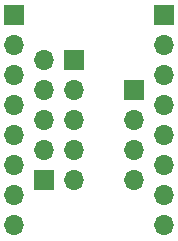
<source format=gbs>
G04 #@! TF.GenerationSoftware,KiCad,Pcbnew,(6.0.2)*
G04 #@! TF.CreationDate,2025-01-10T20:47:15+01:00*
G04 #@! TF.ProjectId,adapter,61646170-7465-4722-9e6b-696361645f70,rev?*
G04 #@! TF.SameCoordinates,Original*
G04 #@! TF.FileFunction,Soldermask,Bot*
G04 #@! TF.FilePolarity,Negative*
%FSLAX46Y46*%
G04 Gerber Fmt 4.6, Leading zero omitted, Abs format (unit mm)*
G04 Created by KiCad (PCBNEW (6.0.2)) date 2025-01-10 20:47:15*
%MOMM*%
%LPD*%
G01*
G04 APERTURE LIST*
%ADD10R,1.700000X1.700000*%
%ADD11O,1.700000X1.700000*%
G04 APERTURE END LIST*
D10*
X139700000Y-99060000D03*
D11*
X139700000Y-96520000D03*
X139700000Y-93980000D03*
X139700000Y-91440000D03*
X139700000Y-88900000D03*
D10*
X137160000Y-85105000D03*
D11*
X137160000Y-87645000D03*
X137160000Y-90185000D03*
X137160000Y-92725000D03*
X137160000Y-95265000D03*
X137160000Y-97805000D03*
X137160000Y-100345000D03*
X137160000Y-102885000D03*
D10*
X147320000Y-91440000D03*
D11*
X147320000Y-93980000D03*
X147320000Y-96520000D03*
X147320000Y-99060000D03*
D10*
X149860000Y-85105000D03*
D11*
X149860000Y-87645000D03*
X149860000Y-90185000D03*
X149860000Y-92725000D03*
X149860000Y-95265000D03*
X149860000Y-97805000D03*
X149860000Y-100345000D03*
X149860000Y-102885000D03*
D10*
X142240000Y-88900000D03*
D11*
X142240000Y-91440000D03*
X142240000Y-93980000D03*
X142240000Y-96520000D03*
X142240000Y-99060000D03*
M02*

</source>
